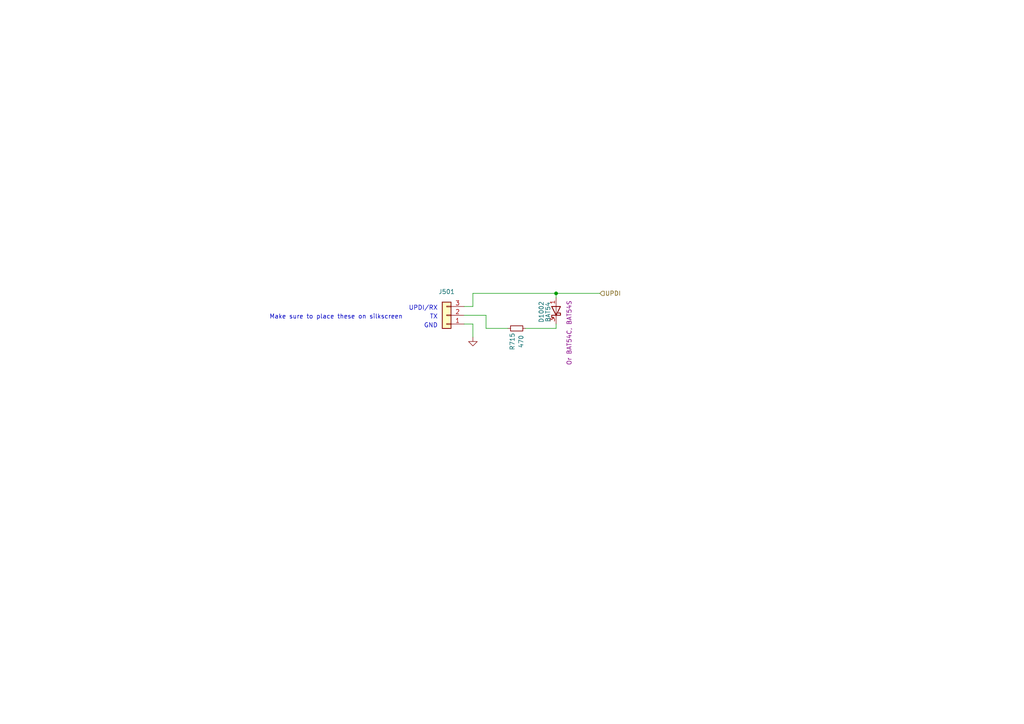
<source format=kicad_sch>
(kicad_sch (version 20230121) (generator eeschema)
  (paper "A4")
  (lib_symbols
    (symbol "Connector_Generic:Conn_01x03" (pin_names (offset 1.016) hide)
      (property "Reference" "J" (at 0 5.08 0))
      (property "Value" "Conn_01x03" (at 0 -5.08 0))
      (symbol "Conn_01x03_1_1"
        (rectangle (start -1.27 -2.413) (end 0 -2.667) (stroke (width 0.1524)))
        (rectangle (start -1.27 0.127) (end 0 -0.127) (stroke (width 0.1524)))
        (rectangle (start -1.27 2.667) (end 0 2.413) (stroke (width 0.1524)))
        (rectangle (start -1.27 3.81) (end 1.27 -3.81) (stroke (width 0.254)) (fill (type background)))
        (pin passive line (at -5.08 2.54 0) (length 3.81) (name "Pin_1") (number "1"))
        (pin passive line (at -5.08 0 0) (length 3.81) (name "Pin_2") (number "2"))
        (pin passive line (at -5.08 -2.54 0) (length 3.81) (name "Pin_3") (number "3"))
      )
    )
    (symbol "Device:R_Small" (pin_numbers hide) (pin_names (offset 0.254) hide)
      (property "Reference" "R" (at 0.762 0.508 0))
      (property "Value" "R_Small" (at 0.762 -1.016 0))
      (symbol "R_Small_0_1"
        (rectangle (start -0.762 1.778) (end 0.762 -1.778) (stroke (width 0.2032)))
      )
      (symbol "R_Small_1_1"
        (pin passive line (at 0 2.54 270) (length 0.762) (name "~") (number "1"))
        (pin passive line (at 0 -2.54 90) (length 0.762) (name "~") (number "2"))
      )
    )
    (symbol "Diode:BAT54W" (pin_names (offset 1.016) hide)
      (property "Reference" "D" (at 0 2.54 0))
      (property "Value" "BAT54W" (at 0 -2.54 0))
      (symbol "BAT54W_0_1"
        (polyline (pts (xy 1.27 0) (xy -1.27 0)))
        (polyline (pts (xy 1.27 1.27) (xy 1.27 -1.27) (xy -1.27 0) (xy 1.27 1.27)) (stroke (width 0.254)))
        (polyline (pts (xy -1.905 0.635) (xy -1.905 1.27) (xy -1.27 1.27) (xy -1.27 -1.27) (xy -0.635 -1.27) (xy -0.635 -0.635)) (stroke (width 0.254)))
      )
      (symbol "BAT54W_1_1"
        (pin passive line (at 3.81 0 180) (length 2.54) (name "A") (number "1"))
        (pin no_connect line (at 0 0 90) (length 2.54) hide (name "NC") (number "2"))
        (pin passive line (at -3.81 0 0) (length 2.54) (name "K") (number "3"))
      )
    )
    (symbol "power:GND" (power) (pin_names (offset 0))
      (property "Value" "GND" (at 0 -3.81 0))
      (symbol "GND_0_1"
        (polyline (pts (xy 0 0) (xy 0 -1.27) (xy 1.27 -1.27) (xy 0 -2.54) (xy -1.27 -1.27) (xy 0 -1.27)))
      )
      (symbol "GND_1_1"
        (pin power_in line (at 0 0 270) (length 0) hide (name "GND") (number "1"))
      )
    )
  )
  (junction (at 161.29 85.09))
  (wire (pts (xy 161.29 93.98) (xy 161.29 95.25)))
  (wire (pts (xy 134.62 91.44) (xy 140.97 91.44)))
  (wire (pts (xy 140.97 95.25) (xy 147.32 95.25)))
  (wire (pts (xy 137.16 85.09) (xy 161.29 85.09)))
  (wire (pts (xy 161.29 95.25) (xy 152.4 95.25)))
  (wire (pts (xy 134.62 88.9) (xy 137.16 88.9)))
  (wire (pts (xy 134.62 93.98) (xy 137.16 93.98)))
  (wire (pts (xy 137.16 93.98) (xy 137.16 97.79)))
  (wire (pts (xy 173.99 85.09) (xy 161.29 85.09)))
  (wire (pts (xy 140.97 91.44) (xy 140.97 95.25)))
  (wire (pts (xy 161.29 85.09) (xy 161.29 86.36)))
  (wire (pts (xy 137.16 88.9) (xy 137.16 85.09)))
  (text "UPDI/RX" (at 127 90.17 0) (effects (font (size 1.27 1.27)) (justify right bottom)))
  (text "Make sure to place these on silkscreen" (at 116.84 92.71 0) (effects (font (size 1.27 1.27)) (justify right bottom)))
  (text "GND" (at 127 95.25 0) (effects (font (size 1.27 1.27)) (justify right bottom)))
  (text "TX" (at 127 92.71 0) (effects (font (size 1.27 1.27)) (justify right bottom)))
  (hierarchical_label "UPDI" (shape input) (at 173.99 85.09 0))
  (symbol (lib_id "Device:R_Small") (at 149.86 95.25 270) (unit 1)
    (property "Reference" "R715" (at 148.59 99.06 0))
    (property "Value" "470" (at 151.13 99.06 0))
    (property "Footprint" "Resistor_SMD:R_0603_1608Metric" (effects hide))
    (instances (project "OpenUPS_ups" (path "" (reference "R715") (unit 1)) (path "" (reference "R413") (unit 1)) (path "" (reference "R505") (unit 1)) (path "" (reference "R515") (unit 1))))
  )
  (symbol (lib_id "power:GND") (at 137.16 97.79 0) (unit 1)
    (property "Reference" "#PWR0306" (effects hide))
    (property "Value" "GND" (effects hide))
    (instances (project "OpenUPS_ups" (path "" (reference "#PWR0306") (unit 1)) (path "" (reference "#PWR0514") (unit 1)) (path "" (reference "#PWR0511") (unit 1))))
  )
  (symbol (lib_id "Connector_Generic:Conn_01x03") (at 129.54 91.44 180) (unit 1)
    (property "Reference" "J501" (at 129.54 84.6201 0))
    (property "Value" "Conn_01x03" (effects hide))
    (property "Footprint" "Connector_PinHeader_2.54mm:PinHeader_1x03_P2.54mm_Vertical" (effects hide))
  )
  (symbol (lib_id "Diode:BAT54W") (at 161.29 90.17 90) (unit 1)
    (property "Reference" "D1002" (at 157.0101 90.4875 0))
    (property "Value" "BAT54" (at 158.9311 90.4875 0))
    (property "Footprint" "Package_TO_SOT_SMD:SOT-23" (effects hide))
    (property "Datasheet" "https://assets.nexperia.com/documents/data-sheet/BAT54W_SER.pdf" (effects hide))
    (property "Comment" "Or BAT54C, BAT54S" (at 165.1 96.52 0))
    (instances (project "OpenUPS_ups" (path "" (reference "D1002") (unit 1)) (path "" (reference "D501") (unit 1))))
  )
)
</source>
